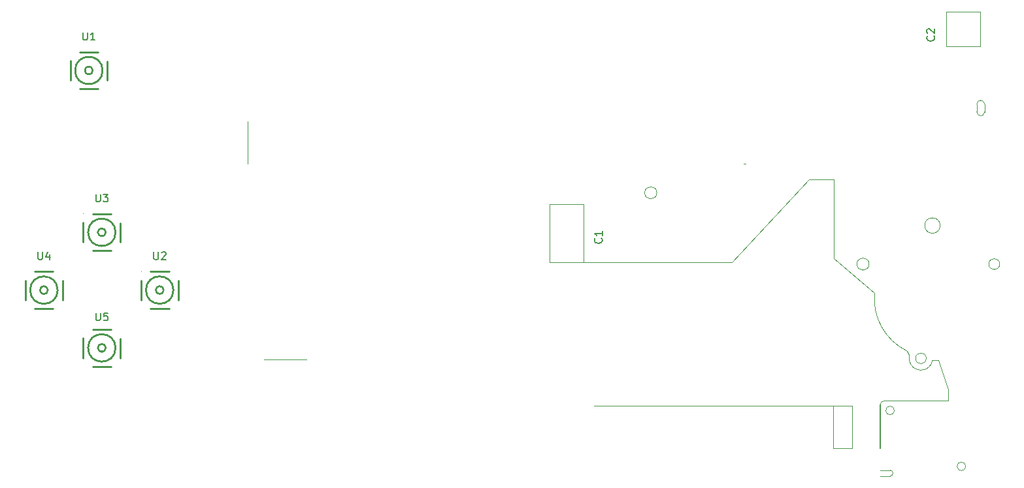
<source format=gbr>
%TF.GenerationSoftware,KiCad,Pcbnew,7.0.5*%
%TF.CreationDate,2023-06-28T16:16:01+01:00*%
%TF.ProjectId,buttonsSuper,62757474-6f6e-4735-9375-7065722e6b69,rev?*%
%TF.SameCoordinates,Original*%
%TF.FileFunction,Legend,Top*%
%TF.FilePolarity,Positive*%
%FSLAX46Y46*%
G04 Gerber Fmt 4.6, Leading zero omitted, Abs format (unit mm)*
G04 Created by KiCad (PCBNEW 7.0.5) date 2023-06-28 16:16:01*
%MOMM*%
%LPD*%
G01*
G04 APERTURE LIST*
%ADD10C,0.150000*%
%ADD11C,0.100000*%
%ADD12C,0.120000*%
%ADD13C,0.059995*%
%ADD14C,0.254001*%
G04 APERTURE END LIST*
D10*
X184125000Y-137125000D02*
X184125000Y-142750000D01*
D11*
X183375002Y-122625000D02*
G75*
G03*
X187605156Y-130166215I7499998J-750000D01*
G01*
X187875001Y-131375000D02*
X187875000Y-130625000D01*
X192875000Y-136625000D02*
X192875000Y-135125000D01*
X190071227Y-131109492D02*
G75*
G03*
X190071227Y-131109492I-696227J0D01*
G01*
X166375000Y-105875000D02*
X166625000Y-105875000D01*
X191875000Y-113875000D02*
G75*
G03*
X191875000Y-113875000I-1000000J0D01*
G01*
X199582107Y-118875000D02*
G75*
G03*
X199582107Y-118875000I-707107J0D01*
G01*
X155165569Y-109625000D02*
G75*
G03*
X155165569Y-109625000I-790569J0D01*
G01*
X185934017Y-137875000D02*
G75*
G03*
X185934017Y-137875000I-559017J0D01*
G01*
X184625000Y-136625000D02*
X192875000Y-136625000D01*
X187875000Y-130625000D02*
X187605156Y-130166215D01*
X178125000Y-107875000D02*
X178125000Y-118125000D01*
X184125000Y-145625000D02*
X185375000Y-145625000D01*
X192875000Y-135125000D02*
X191625000Y-131375000D01*
X178125000Y-118125000D02*
X183375001Y-122625000D01*
X195184017Y-145125000D02*
G75*
G03*
X195184017Y-145125000I-559017J0D01*
G01*
X178125000Y-107875000D02*
X174875000Y-107875000D01*
X182665569Y-118875000D02*
G75*
G03*
X182665569Y-118875000I-790569J0D01*
G01*
X184625000Y-136625000D02*
G75*
G03*
X184125000Y-137125000I0J-500000D01*
G01*
X196625000Y-99125000D02*
G75*
G03*
X197625000Y-99125000I500000J0D01*
G01*
X197625000Y-98125000D02*
G75*
G03*
X196625000Y-98125000I-500000J0D01*
G01*
X197625000Y-98125000D02*
X197625000Y-99125000D01*
X178000000Y-137250000D02*
X147000000Y-137250000D01*
X191625000Y-131375000D02*
X190875000Y-131375000D01*
X196625000Y-99125000D02*
X196625000Y-98125000D01*
X187875001Y-131375000D02*
G75*
G03*
X190874999Y-131375000I1499999J265499D01*
G01*
X185375000Y-146375000D02*
G75*
G03*
X185375000Y-145625000I0J375000D01*
G01*
X185375000Y-146375000D02*
X184125000Y-146375000D01*
X174875000Y-107875000D02*
X164875000Y-118625000D01*
X145630000Y-118624746D02*
X164875000Y-118625000D01*
D10*
%TO.C,U3*%
X82488095Y-109804768D02*
X82488095Y-110614291D01*
X82488095Y-110614291D02*
X82535714Y-110709529D01*
X82535714Y-110709529D02*
X82583333Y-110757149D01*
X82583333Y-110757149D02*
X82678571Y-110804768D01*
X82678571Y-110804768D02*
X82869047Y-110804768D01*
X82869047Y-110804768D02*
X82964285Y-110757149D01*
X82964285Y-110757149D02*
X83011904Y-110709529D01*
X83011904Y-110709529D02*
X83059523Y-110614291D01*
X83059523Y-110614291D02*
X83059523Y-109804768D01*
X83440476Y-109804768D02*
X84059523Y-109804768D01*
X84059523Y-109804768D02*
X83726190Y-110185720D01*
X83726190Y-110185720D02*
X83869047Y-110185720D01*
X83869047Y-110185720D02*
X83964285Y-110233339D01*
X83964285Y-110233339D02*
X84011904Y-110280958D01*
X84011904Y-110280958D02*
X84059523Y-110376196D01*
X84059523Y-110376196D02*
X84059523Y-110614291D01*
X84059523Y-110614291D02*
X84011904Y-110709529D01*
X84011904Y-110709529D02*
X83964285Y-110757149D01*
X83964285Y-110757149D02*
X83869047Y-110804768D01*
X83869047Y-110804768D02*
X83583333Y-110804768D01*
X83583333Y-110804768D02*
X83488095Y-110757149D01*
X83488095Y-110757149D02*
X83440476Y-110709529D01*
%TO.C,C2*%
X191054123Y-89291159D02*
X191101743Y-89338778D01*
X191101743Y-89338778D02*
X191149362Y-89481635D01*
X191149362Y-89481635D02*
X191149362Y-89576873D01*
X191149362Y-89576873D02*
X191101743Y-89719730D01*
X191101743Y-89719730D02*
X191006504Y-89814968D01*
X191006504Y-89814968D02*
X190911266Y-89862587D01*
X190911266Y-89862587D02*
X190720790Y-89910206D01*
X190720790Y-89910206D02*
X190577933Y-89910206D01*
X190577933Y-89910206D02*
X190387457Y-89862587D01*
X190387457Y-89862587D02*
X190292219Y-89814968D01*
X190292219Y-89814968D02*
X190196981Y-89719730D01*
X190196981Y-89719730D02*
X190149362Y-89576873D01*
X190149362Y-89576873D02*
X190149362Y-89481635D01*
X190149362Y-89481635D02*
X190196981Y-89338778D01*
X190196981Y-89338778D02*
X190244600Y-89291159D01*
X190244600Y-88910206D02*
X190196981Y-88862587D01*
X190196981Y-88862587D02*
X190149362Y-88767349D01*
X190149362Y-88767349D02*
X190149362Y-88529254D01*
X190149362Y-88529254D02*
X190196981Y-88434016D01*
X190196981Y-88434016D02*
X190244600Y-88386397D01*
X190244600Y-88386397D02*
X190339838Y-88338778D01*
X190339838Y-88338778D02*
X190435076Y-88338778D01*
X190435076Y-88338778D02*
X190577933Y-88386397D01*
X190577933Y-88386397D02*
X191149362Y-88957825D01*
X191149362Y-88957825D02*
X191149362Y-88338778D01*
%TO.C,U2*%
X89988095Y-117304768D02*
X89988095Y-118114291D01*
X89988095Y-118114291D02*
X90035714Y-118209529D01*
X90035714Y-118209529D02*
X90083333Y-118257149D01*
X90083333Y-118257149D02*
X90178571Y-118304768D01*
X90178571Y-118304768D02*
X90369047Y-118304768D01*
X90369047Y-118304768D02*
X90464285Y-118257149D01*
X90464285Y-118257149D02*
X90511904Y-118209529D01*
X90511904Y-118209529D02*
X90559523Y-118114291D01*
X90559523Y-118114291D02*
X90559523Y-117304768D01*
X90988095Y-117400006D02*
X91035714Y-117352387D01*
X91035714Y-117352387D02*
X91130952Y-117304768D01*
X91130952Y-117304768D02*
X91369047Y-117304768D01*
X91369047Y-117304768D02*
X91464285Y-117352387D01*
X91464285Y-117352387D02*
X91511904Y-117400006D01*
X91511904Y-117400006D02*
X91559523Y-117495244D01*
X91559523Y-117495244D02*
X91559523Y-117590482D01*
X91559523Y-117590482D02*
X91511904Y-117733339D01*
X91511904Y-117733339D02*
X90940476Y-118304768D01*
X90940476Y-118304768D02*
X91559523Y-118304768D01*
%TO.C,U5*%
X82488095Y-125204819D02*
X82488095Y-126014342D01*
X82488095Y-126014342D02*
X82535714Y-126109580D01*
X82535714Y-126109580D02*
X82583333Y-126157200D01*
X82583333Y-126157200D02*
X82678571Y-126204819D01*
X82678571Y-126204819D02*
X82869047Y-126204819D01*
X82869047Y-126204819D02*
X82964285Y-126157200D01*
X82964285Y-126157200D02*
X83011904Y-126109580D01*
X83011904Y-126109580D02*
X83059523Y-126014342D01*
X83059523Y-126014342D02*
X83059523Y-125204819D01*
X84011904Y-125204819D02*
X83535714Y-125204819D01*
X83535714Y-125204819D02*
X83488095Y-125681009D01*
X83488095Y-125681009D02*
X83535714Y-125633390D01*
X83535714Y-125633390D02*
X83630952Y-125585771D01*
X83630952Y-125585771D02*
X83869047Y-125585771D01*
X83869047Y-125585771D02*
X83964285Y-125633390D01*
X83964285Y-125633390D02*
X84011904Y-125681009D01*
X84011904Y-125681009D02*
X84059523Y-125776247D01*
X84059523Y-125776247D02*
X84059523Y-126014342D01*
X84059523Y-126014342D02*
X84011904Y-126109580D01*
X84011904Y-126109580D02*
X83964285Y-126157200D01*
X83964285Y-126157200D02*
X83869047Y-126204819D01*
X83869047Y-126204819D02*
X83630952Y-126204819D01*
X83630952Y-126204819D02*
X83535714Y-126157200D01*
X83535714Y-126157200D02*
X83488095Y-126109580D01*
%TO.C,C1*%
X147990037Y-115541919D02*
X148037657Y-115589538D01*
X148037657Y-115589538D02*
X148085276Y-115732395D01*
X148085276Y-115732395D02*
X148085276Y-115827633D01*
X148085276Y-115827633D02*
X148037657Y-115970490D01*
X148037657Y-115970490D02*
X147942418Y-116065728D01*
X147942418Y-116065728D02*
X147847180Y-116113347D01*
X147847180Y-116113347D02*
X147656704Y-116160966D01*
X147656704Y-116160966D02*
X147513847Y-116160966D01*
X147513847Y-116160966D02*
X147323371Y-116113347D01*
X147323371Y-116113347D02*
X147228133Y-116065728D01*
X147228133Y-116065728D02*
X147132895Y-115970490D01*
X147132895Y-115970490D02*
X147085276Y-115827633D01*
X147085276Y-115827633D02*
X147085276Y-115732395D01*
X147085276Y-115732395D02*
X147132895Y-115589538D01*
X147132895Y-115589538D02*
X147180514Y-115541919D01*
X148085276Y-114589538D02*
X148085276Y-115160966D01*
X148085276Y-114875252D02*
X147085276Y-114875252D01*
X147085276Y-114875252D02*
X147228133Y-114970490D01*
X147228133Y-114970490D02*
X147323371Y-115065728D01*
X147323371Y-115065728D02*
X147370990Y-115160966D01*
%TO.C,U1*%
X80808072Y-88804768D02*
X80808072Y-89614291D01*
X80808072Y-89614291D02*
X80855691Y-89709529D01*
X80855691Y-89709529D02*
X80903310Y-89757149D01*
X80903310Y-89757149D02*
X80998548Y-89804768D01*
X80998548Y-89804768D02*
X81189024Y-89804768D01*
X81189024Y-89804768D02*
X81284262Y-89757149D01*
X81284262Y-89757149D02*
X81331881Y-89709529D01*
X81331881Y-89709529D02*
X81379500Y-89614291D01*
X81379500Y-89614291D02*
X81379500Y-88804768D01*
X82379500Y-89804768D02*
X81808072Y-89804768D01*
X82093786Y-89804768D02*
X82093786Y-88804768D01*
X82093786Y-88804768D02*
X81998548Y-88947625D01*
X81998548Y-88947625D02*
X81903310Y-89042863D01*
X81903310Y-89042863D02*
X81808072Y-89090482D01*
%TO.C,U4*%
X74988095Y-117304768D02*
X74988095Y-118114291D01*
X74988095Y-118114291D02*
X75035714Y-118209529D01*
X75035714Y-118209529D02*
X75083333Y-118257149D01*
X75083333Y-118257149D02*
X75178571Y-118304768D01*
X75178571Y-118304768D02*
X75369047Y-118304768D01*
X75369047Y-118304768D02*
X75464285Y-118257149D01*
X75464285Y-118257149D02*
X75511904Y-118209529D01*
X75511904Y-118209529D02*
X75559523Y-118114291D01*
X75559523Y-118114291D02*
X75559523Y-117304768D01*
X76464285Y-117638101D02*
X76464285Y-118304768D01*
X76226190Y-117257149D02*
X75988095Y-117971434D01*
X75988095Y-117971434D02*
X76607142Y-117971434D01*
D12*
%TO.C,C2*%
X180500000Y-137250000D02*
X178000000Y-137250000D01*
X180500000Y-142750000D02*
X180500000Y-137250000D01*
X178000000Y-142750000D02*
X180500000Y-142750000D01*
X178000000Y-137250000D02*
X178000000Y-142750000D01*
D13*
%TO.C,U3*%
X80879997Y-112350127D02*
G75*
G03*
X80879997Y-112350127I-29997J0D01*
G01*
D14*
X85027877Y-114750000D02*
G75*
G03*
X85027877Y-114750000I-1778004J0D01*
G01*
X83757874Y-114750000D02*
G75*
G03*
X83757874Y-114750000I-508001J0D01*
G01*
X85650000Y-113550127D02*
X85650000Y-116050127D01*
X80850000Y-113481267D02*
X80850000Y-116050127D01*
X82050991Y-112349949D02*
X84448755Y-112349949D01*
X84448755Y-117150051D02*
X82050991Y-117150051D01*
D12*
%TO.C,C2*%
X197055000Y-86125000D02*
X197054085Y-90625000D01*
X192694085Y-90625000D02*
X197054085Y-90625000D01*
X192695000Y-86125000D02*
X192694085Y-90625000D01*
X192695000Y-86125000D02*
X197055000Y-86125000D01*
%TO.C,C3*%
X102125000Y-105875000D02*
X102125000Y-100375000D01*
D13*
%TO.C,U2*%
X88379997Y-119850127D02*
G75*
G03*
X88379997Y-119850127I-29997J0D01*
G01*
D14*
X92527877Y-122250000D02*
G75*
G03*
X92527877Y-122250000I-1778004J0D01*
G01*
X91257874Y-122250000D02*
G75*
G03*
X91257874Y-122250000I-508001J0D01*
G01*
X93150000Y-121050127D02*
X93150000Y-123550127D01*
X88350000Y-120981267D02*
X88350000Y-123550127D01*
X89550991Y-119849949D02*
X91948755Y-119849949D01*
X91948755Y-124650051D02*
X89550991Y-124650051D01*
D13*
%TO.C,U5*%
X80879997Y-127350127D02*
G75*
G03*
X80879997Y-127350127I-29997J0D01*
G01*
D14*
X85027877Y-129750000D02*
G75*
G03*
X85027877Y-129750000I-1778004J0D01*
G01*
X83757874Y-129750000D02*
G75*
G03*
X83757874Y-129750000I-508001J0D01*
G01*
X85650000Y-128550127D02*
X85650000Y-131050127D01*
X80850000Y-128481267D02*
X80850000Y-131050127D01*
X82050991Y-127349949D02*
X84448755Y-127349949D01*
X84448755Y-132150051D02*
X82050991Y-132150051D01*
D12*
%TO.C,C1*%
X104250000Y-131250000D02*
X109750000Y-131250000D01*
X141270000Y-118624746D02*
X141270915Y-111125253D01*
X145630000Y-118624746D02*
X145630915Y-111125253D01*
X145630915Y-111125253D02*
X141270915Y-111125253D01*
X145630000Y-118624746D02*
X141270000Y-118624746D01*
D13*
%TO.C,U1*%
X79199974Y-91350127D02*
G75*
G03*
X79199974Y-91350127I-29997J0D01*
G01*
D14*
X83347854Y-93750000D02*
G75*
G03*
X83347854Y-93750000I-1778004J0D01*
G01*
X82077851Y-93750000D02*
G75*
G03*
X82077851Y-93750000I-508001J0D01*
G01*
X83969977Y-92550127D02*
X83969977Y-95050127D01*
X79169977Y-92481267D02*
X79169977Y-95050127D01*
X80370968Y-91349949D02*
X82768732Y-91349949D01*
X82768732Y-96150051D02*
X80370968Y-96150051D01*
D13*
%TO.C,U4*%
X73379997Y-119850127D02*
G75*
G03*
X73379997Y-119850127I-29997J0D01*
G01*
D14*
X77527877Y-122250000D02*
G75*
G03*
X77527877Y-122250000I-1778004J0D01*
G01*
X76257874Y-122250000D02*
G75*
G03*
X76257874Y-122250000I-508001J0D01*
G01*
X78150000Y-121050127D02*
X78150000Y-123550127D01*
X73350000Y-120981267D02*
X73350000Y-123550127D01*
X74550991Y-119849949D02*
X76948755Y-119849949D01*
X76948755Y-124650051D02*
X74550991Y-124650051D01*
%TD*%
M02*

</source>
